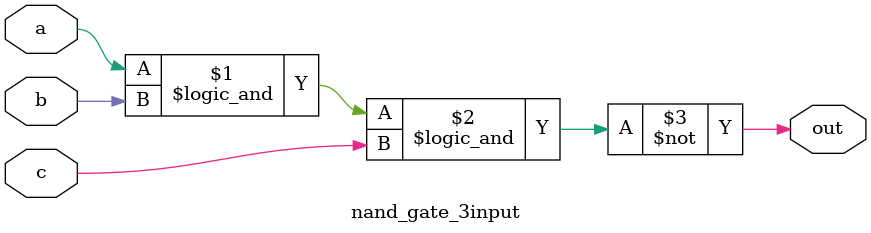
<source format=v>
module nand_gate_3input(a,b,c,out);
    input a;
    input b;
    input c;
    output out;

    assign out = ~(a && b && c);
endmodule
</source>
